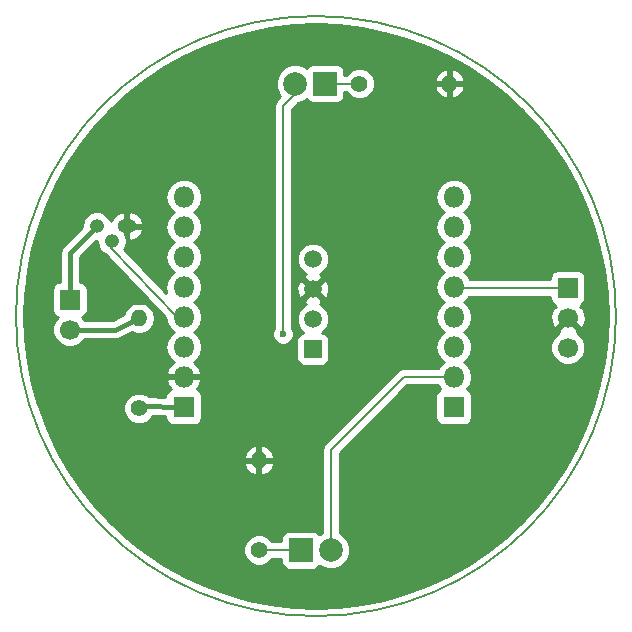
<source format=gbr>
%TF.GenerationSoftware,KiCad,Pcbnew,5.0.2+dfsg1-1~bpo9+1*%
%TF.CreationDate,2019-05-08T05:56:57+00:00*%
%TF.ProjectId,coinPCB,636f696e-5043-4422-9e6b-696361645f70,v0.2*%
%TF.SameCoordinates,Original*%
%TF.FileFunction,Copper,L1,Top*%
%TF.FilePolarity,Positive*%
%FSLAX46Y46*%
G04 Gerber Fmt 4.6, Leading zero omitted, Abs format (unit mm)*
G04 Created by KiCad (PCBNEW 5.0.2+dfsg1-1~bpo9+1) date Wed 08 May 2019 05:56:57 AM UTC*
%MOMM*%
%LPD*%
G01*
G04 APERTURE LIST*
%ADD10C,0.150000*%
%ADD11C,1.700000*%
%ADD12R,1.700000X1.700000*%
%ADD13O,1.400000X1.400000*%
%ADD14C,1.400000*%
%ADD15O,1.200000X1.200000*%
%ADD16O,1.600000X1.200000*%
%ADD17C,1.500000*%
%ADD18R,1.500000X1.500000*%
%ADD19O,1.800000X1.800000*%
%ADD20R,1.800000X1.800000*%
%ADD21R,2.000000X2.000000*%
%ADD22C,2.000000*%
%ADD23C,0.600000*%
%ADD24C,0.200000*%
%ADD25C,0.400000*%
%ADD26C,0.254000*%
G04 APERTURE END LIST*
D10*
X166751000Y-102870000D02*
G75*
G03X166751000Y-102870000I-25400000J0D01*
G01*
D11*
X120523000Y-104013000D03*
D12*
X120523000Y-101473000D03*
D13*
X136525000Y-115062000D03*
D14*
X136525000Y-122682000D03*
D13*
X152654000Y-83185000D03*
D14*
X145034000Y-83185000D03*
D15*
X122809000Y-95250000D03*
X124079000Y-96520000D03*
D16*
X125349000Y-95250000D03*
D17*
X141097000Y-98044000D03*
X141097000Y-100584000D03*
X141097000Y-103124000D03*
D18*
X141097000Y-105664000D03*
D19*
X130157000Y-92774000D03*
X130157000Y-95314000D03*
X130157000Y-97854000D03*
X130157000Y-100394000D03*
X130157000Y-102934000D03*
X130157000Y-105474000D03*
X130157000Y-108014000D03*
D20*
X130157000Y-110554000D03*
D19*
X153017000Y-92774000D03*
X153017000Y-95314000D03*
X153017000Y-97854000D03*
X153017000Y-100394000D03*
X153017000Y-102934000D03*
X153017000Y-105474000D03*
X153017000Y-108014000D03*
D20*
X153017000Y-110554000D03*
D12*
X162662000Y-100482000D03*
D11*
X162687000Y-102997000D03*
X162687000Y-105537000D03*
D21*
X140081000Y-122682000D03*
D22*
X142621000Y-122682000D03*
D21*
X142113000Y-83185000D03*
D22*
X139573000Y-83185000D03*
D13*
X126365000Y-103060500D03*
D14*
X126365000Y-110680500D03*
D23*
X138557000Y-104394000D03*
D24*
X138557000Y-85090000D02*
X139573000Y-84074000D01*
X138557000Y-104394000D02*
X138557000Y-85090000D01*
X124015500Y-96520000D02*
X124079000Y-96520000D01*
X124015500Y-97091500D02*
X124015500Y-96520000D01*
X130157000Y-102934000D02*
X129604000Y-102934000D01*
X129604000Y-102934000D02*
X124015500Y-97091500D01*
X142621000Y-122682000D02*
X142621000Y-114173000D01*
X148780000Y-108014000D02*
X153017000Y-108014000D01*
X142621000Y-114173000D02*
X148780000Y-108014000D01*
X153105000Y-100482000D02*
X153017000Y-100394000D01*
X162662000Y-100482000D02*
X153105000Y-100482000D01*
D25*
X126365000Y-110490000D02*
X130157000Y-110554000D01*
D24*
X120904000Y-101219000D02*
X120396000Y-101219000D01*
D25*
X120523000Y-97536000D02*
X122809000Y-95250000D01*
X120523000Y-101473000D02*
X120523000Y-97536000D01*
X124333000Y-104013000D02*
X126174500Y-103124000D01*
X120523000Y-104013000D02*
X124333000Y-104013000D01*
D24*
X138881000Y-122682000D02*
X136525000Y-122682000D01*
X140081000Y-122682000D02*
X138881000Y-122682000D01*
X142113000Y-83185000D02*
X145034000Y-83185000D01*
D26*
G36*
X143288155Y-78256111D02*
X145213367Y-78483975D01*
X147114766Y-78862187D01*
X148980630Y-79388415D01*
X150799454Y-80059414D01*
X152560025Y-80871049D01*
X154251490Y-81818314D01*
X155863418Y-82895370D01*
X157385872Y-84095577D01*
X158809466Y-85411534D01*
X160125423Y-86835128D01*
X161325630Y-88357582D01*
X162402686Y-89969510D01*
X163349951Y-91660975D01*
X164161586Y-93421546D01*
X164832585Y-95240370D01*
X165358813Y-97106234D01*
X165737025Y-99007633D01*
X165964889Y-100932845D01*
X166041000Y-102870000D01*
X165964889Y-104807155D01*
X165737025Y-106732367D01*
X165358813Y-108633766D01*
X164832585Y-110499630D01*
X164161586Y-112318454D01*
X163349951Y-114079025D01*
X162402686Y-115770490D01*
X161325630Y-117382418D01*
X160125423Y-118904872D01*
X158809466Y-120328466D01*
X157385872Y-121644423D01*
X155863418Y-122844630D01*
X154251490Y-123921686D01*
X152560025Y-124868951D01*
X150799454Y-125680586D01*
X148980630Y-126351585D01*
X147114766Y-126877813D01*
X145213367Y-127256025D01*
X143288155Y-127483889D01*
X141351000Y-127560000D01*
X139413845Y-127483889D01*
X137488633Y-127256025D01*
X135587234Y-126877813D01*
X133721370Y-126351585D01*
X131902546Y-125680586D01*
X130141975Y-124868951D01*
X128450510Y-123921686D01*
X126838582Y-122844630D01*
X126295442Y-122416452D01*
X135190000Y-122416452D01*
X135190000Y-122947548D01*
X135393242Y-123438217D01*
X135768783Y-123813758D01*
X136259452Y-124017000D01*
X136790548Y-124017000D01*
X137281217Y-123813758D01*
X137656758Y-123438217D01*
X137665546Y-123417000D01*
X138433560Y-123417000D01*
X138433560Y-123682000D01*
X138482843Y-123929765D01*
X138623191Y-124139809D01*
X138833235Y-124280157D01*
X139081000Y-124329440D01*
X141081000Y-124329440D01*
X141328765Y-124280157D01*
X141538809Y-124139809D01*
X141630038Y-124003277D01*
X141694847Y-124068086D01*
X142295778Y-124317000D01*
X142946222Y-124317000D01*
X143547153Y-124068086D01*
X144007086Y-123608153D01*
X144256000Y-123007222D01*
X144256000Y-122356778D01*
X144007086Y-121755847D01*
X143547153Y-121295914D01*
X143356000Y-121216736D01*
X143356000Y-114477446D01*
X149084447Y-108749000D01*
X151661983Y-108749000D01*
X151867696Y-109056871D01*
X151659191Y-109196191D01*
X151518843Y-109406235D01*
X151469560Y-109654000D01*
X151469560Y-111454000D01*
X151518843Y-111701765D01*
X151659191Y-111911809D01*
X151869235Y-112052157D01*
X152117000Y-112101440D01*
X153917000Y-112101440D01*
X154164765Y-112052157D01*
X154374809Y-111911809D01*
X154515157Y-111701765D01*
X154564440Y-111454000D01*
X154564440Y-109654000D01*
X154515157Y-109406235D01*
X154374809Y-109196191D01*
X154166304Y-109056871D01*
X154462938Y-108612927D01*
X154582072Y-108014000D01*
X154462938Y-107415073D01*
X154123673Y-106907327D01*
X153879237Y-106744000D01*
X154123673Y-106580673D01*
X154462938Y-106072927D01*
X154582072Y-105474000D01*
X154535848Y-105241615D01*
X161202000Y-105241615D01*
X161202000Y-105832385D01*
X161428078Y-106378185D01*
X161845815Y-106795922D01*
X162391615Y-107022000D01*
X162982385Y-107022000D01*
X163528185Y-106795922D01*
X163945922Y-106378185D01*
X164172000Y-105832385D01*
X164172000Y-105241615D01*
X163945922Y-104695815D01*
X163528185Y-104278078D01*
X163481753Y-104258845D01*
X163551353Y-104040958D01*
X162687000Y-103176605D01*
X161822647Y-104040958D01*
X161892247Y-104258845D01*
X161845815Y-104278078D01*
X161428078Y-104695815D01*
X161202000Y-105241615D01*
X154535848Y-105241615D01*
X154462938Y-104875073D01*
X154123673Y-104367327D01*
X153879237Y-104204000D01*
X154123673Y-104040673D01*
X154462938Y-103532927D01*
X154582072Y-102934000D01*
X154462938Y-102335073D01*
X154123673Y-101827327D01*
X153879237Y-101664000D01*
X154123673Y-101500673D01*
X154313217Y-101217000D01*
X161164560Y-101217000D01*
X161164560Y-101332000D01*
X161213843Y-101579765D01*
X161354191Y-101789809D01*
X161564235Y-101930157D01*
X161607504Y-101938764D01*
X161528330Y-102017938D01*
X161643040Y-102132648D01*
X161391741Y-102212920D01*
X161190282Y-102768279D01*
X161216685Y-103358458D01*
X161391741Y-103781080D01*
X161643042Y-103861353D01*
X162507395Y-102997000D01*
X162493253Y-102982858D01*
X162672858Y-102803253D01*
X162687000Y-102817395D01*
X162701143Y-102803253D01*
X162880748Y-102982858D01*
X162866605Y-102997000D01*
X163730958Y-103861353D01*
X163982259Y-103781080D01*
X164183718Y-103225721D01*
X164157315Y-102635542D01*
X163982259Y-102212920D01*
X163730960Y-102132648D01*
X163845670Y-102017938D01*
X163758200Y-101930468D01*
X163759765Y-101930157D01*
X163969809Y-101789809D01*
X164110157Y-101579765D01*
X164159440Y-101332000D01*
X164159440Y-99632000D01*
X164110157Y-99384235D01*
X163969809Y-99174191D01*
X163759765Y-99033843D01*
X163512000Y-98984560D01*
X161812000Y-98984560D01*
X161564235Y-99033843D01*
X161354191Y-99174191D01*
X161213843Y-99384235D01*
X161164560Y-99632000D01*
X161164560Y-99747000D01*
X154430817Y-99747000D01*
X154123673Y-99287327D01*
X153879237Y-99124000D01*
X154123673Y-98960673D01*
X154462938Y-98452927D01*
X154582072Y-97854000D01*
X154462938Y-97255073D01*
X154123673Y-96747327D01*
X153879237Y-96584000D01*
X154123673Y-96420673D01*
X154462938Y-95912927D01*
X154582072Y-95314000D01*
X154462938Y-94715073D01*
X154123673Y-94207327D01*
X153879237Y-94044000D01*
X154123673Y-93880673D01*
X154462938Y-93372927D01*
X154582072Y-92774000D01*
X154462938Y-92175073D01*
X154123673Y-91667327D01*
X153615927Y-91328062D01*
X153168182Y-91239000D01*
X152865818Y-91239000D01*
X152418073Y-91328062D01*
X151910327Y-91667327D01*
X151571062Y-92175073D01*
X151451928Y-92774000D01*
X151571062Y-93372927D01*
X151910327Y-93880673D01*
X152154763Y-94044000D01*
X151910327Y-94207327D01*
X151571062Y-94715073D01*
X151451928Y-95314000D01*
X151571062Y-95912927D01*
X151910327Y-96420673D01*
X152154763Y-96584000D01*
X151910327Y-96747327D01*
X151571062Y-97255073D01*
X151451928Y-97854000D01*
X151571062Y-98452927D01*
X151910327Y-98960673D01*
X152154763Y-99124000D01*
X151910327Y-99287327D01*
X151571062Y-99795073D01*
X151451928Y-100394000D01*
X151571062Y-100992927D01*
X151910327Y-101500673D01*
X152154763Y-101664000D01*
X151910327Y-101827327D01*
X151571062Y-102335073D01*
X151451928Y-102934000D01*
X151571062Y-103532927D01*
X151910327Y-104040673D01*
X152154763Y-104204000D01*
X151910327Y-104367327D01*
X151571062Y-104875073D01*
X151451928Y-105474000D01*
X151571062Y-106072927D01*
X151910327Y-106580673D01*
X152154763Y-106744000D01*
X151910327Y-106907327D01*
X151661983Y-107279000D01*
X148852383Y-107279000D01*
X148779999Y-107264602D01*
X148707615Y-107279000D01*
X148707612Y-107279000D01*
X148493217Y-107321646D01*
X148250095Y-107484095D01*
X148209091Y-107545462D01*
X142152463Y-113602091D01*
X142091096Y-113643095D01*
X142050092Y-113704462D01*
X142050091Y-113704463D01*
X141928646Y-113886218D01*
X141871602Y-114173000D01*
X141886001Y-114245389D01*
X141886000Y-121216736D01*
X141694847Y-121295914D01*
X141630038Y-121360723D01*
X141538809Y-121224191D01*
X141328765Y-121083843D01*
X141081000Y-121034560D01*
X139081000Y-121034560D01*
X138833235Y-121083843D01*
X138623191Y-121224191D01*
X138482843Y-121434235D01*
X138433560Y-121682000D01*
X138433560Y-121947000D01*
X137665546Y-121947000D01*
X137656758Y-121925783D01*
X137281217Y-121550242D01*
X136790548Y-121347000D01*
X136259452Y-121347000D01*
X135768783Y-121550242D01*
X135393242Y-121925783D01*
X135190000Y-122416452D01*
X126295442Y-122416452D01*
X125316128Y-121644423D01*
X123892534Y-120328466D01*
X122576577Y-118904872D01*
X121376370Y-117382418D01*
X120299314Y-115770490D01*
X120089216Y-115395331D01*
X135232273Y-115395331D01*
X135458236Y-115864663D01*
X135846604Y-116211797D01*
X136191671Y-116354716D01*
X136398000Y-116231374D01*
X136398000Y-115189000D01*
X136652000Y-115189000D01*
X136652000Y-116231374D01*
X136858329Y-116354716D01*
X137203396Y-116211797D01*
X137591764Y-115864663D01*
X137817727Y-115395331D01*
X137695206Y-115189000D01*
X136652000Y-115189000D01*
X136398000Y-115189000D01*
X135354794Y-115189000D01*
X135232273Y-115395331D01*
X120089216Y-115395331D01*
X119715868Y-114728669D01*
X135232273Y-114728669D01*
X135354794Y-114935000D01*
X136398000Y-114935000D01*
X136398000Y-113892626D01*
X136652000Y-113892626D01*
X136652000Y-114935000D01*
X137695206Y-114935000D01*
X137817727Y-114728669D01*
X137591764Y-114259337D01*
X137203396Y-113912203D01*
X136858329Y-113769284D01*
X136652000Y-113892626D01*
X136398000Y-113892626D01*
X136191671Y-113769284D01*
X135846604Y-113912203D01*
X135458236Y-114259337D01*
X135232273Y-114728669D01*
X119715868Y-114728669D01*
X119352049Y-114079025D01*
X118540414Y-112318454D01*
X117869415Y-110499630D01*
X117845534Y-110414952D01*
X125030000Y-110414952D01*
X125030000Y-110946048D01*
X125233242Y-111436717D01*
X125608783Y-111812258D01*
X126099452Y-112015500D01*
X126630548Y-112015500D01*
X127121217Y-111812258D01*
X127496758Y-111436717D01*
X127534806Y-111344862D01*
X128609560Y-111363001D01*
X128609560Y-111454000D01*
X128658843Y-111701765D01*
X128799191Y-111911809D01*
X129009235Y-112052157D01*
X129257000Y-112101440D01*
X131057000Y-112101440D01*
X131304765Y-112052157D01*
X131514809Y-111911809D01*
X131655157Y-111701765D01*
X131704440Y-111454000D01*
X131704440Y-109654000D01*
X131655157Y-109406235D01*
X131514809Y-109196191D01*
X131304765Y-109055843D01*
X131253636Y-109045673D01*
X131469240Y-108810417D01*
X131648036Y-108378740D01*
X131527378Y-108141000D01*
X130284000Y-108141000D01*
X130284000Y-108161000D01*
X130030000Y-108161000D01*
X130030000Y-108141000D01*
X128786622Y-108141000D01*
X128665964Y-108378740D01*
X128844760Y-108810417D01*
X129060364Y-109045673D01*
X129009235Y-109055843D01*
X128799191Y-109196191D01*
X128658843Y-109406235D01*
X128609560Y-109654000D01*
X128609560Y-109692765D01*
X127242161Y-109669686D01*
X127121217Y-109548742D01*
X126630548Y-109345500D01*
X126099452Y-109345500D01*
X125608783Y-109548742D01*
X125233242Y-109924283D01*
X125030000Y-110414952D01*
X117845534Y-110414952D01*
X117343187Y-108633766D01*
X116964975Y-106732367D01*
X116737111Y-104807155D01*
X116661000Y-102870000D01*
X116737111Y-100932845D01*
X116773783Y-100623000D01*
X119025560Y-100623000D01*
X119025560Y-102323000D01*
X119074843Y-102570765D01*
X119215191Y-102780809D01*
X119425235Y-102921157D01*
X119499887Y-102936006D01*
X119264078Y-103171815D01*
X119038000Y-103717615D01*
X119038000Y-104308385D01*
X119264078Y-104854185D01*
X119681815Y-105271922D01*
X120227615Y-105498000D01*
X120818385Y-105498000D01*
X121364185Y-105271922D01*
X121781922Y-104854185D01*
X121784484Y-104848000D01*
X124274760Y-104848000D01*
X124381552Y-104862972D01*
X124519266Y-104827307D01*
X124658801Y-104799552D01*
X124748468Y-104739638D01*
X125750852Y-104255730D01*
X125844109Y-104318042D01*
X126233515Y-104395500D01*
X126496485Y-104395500D01*
X126885891Y-104318042D01*
X127327481Y-104022981D01*
X127622542Y-103581391D01*
X127726154Y-103060500D01*
X127622542Y-102539609D01*
X127327481Y-102098019D01*
X126885891Y-101802958D01*
X126496485Y-101725500D01*
X126233515Y-101725500D01*
X125844109Y-101802958D01*
X125402519Y-102098019D01*
X125107458Y-102539609D01*
X125069543Y-102730218D01*
X124141995Y-103178000D01*
X121784484Y-103178000D01*
X121781922Y-103171815D01*
X121546113Y-102936006D01*
X121620765Y-102921157D01*
X121830809Y-102780809D01*
X121971157Y-102570765D01*
X122020440Y-102323000D01*
X122020440Y-100623000D01*
X121971157Y-100375235D01*
X121830809Y-100165191D01*
X121620765Y-100024843D01*
X121373000Y-99975560D01*
X121358000Y-99975560D01*
X121358000Y-97881867D01*
X122754868Y-96485000D01*
X122826767Y-96485000D01*
X122819805Y-96520000D01*
X122915656Y-97001873D01*
X123188615Y-97410385D01*
X123470405Y-97598671D01*
X123485595Y-97621405D01*
X123540101Y-97657825D01*
X128593249Y-102940641D01*
X128711062Y-103532927D01*
X129050327Y-104040673D01*
X129294763Y-104204000D01*
X129050327Y-104367327D01*
X128711062Y-104875073D01*
X128591928Y-105474000D01*
X128711062Y-106072927D01*
X129050327Y-106580673D01*
X129304368Y-106750418D01*
X129249424Y-106776034D01*
X128844760Y-107217583D01*
X128665964Y-107649260D01*
X128786622Y-107887000D01*
X130030000Y-107887000D01*
X130030000Y-107867000D01*
X130284000Y-107867000D01*
X130284000Y-107887000D01*
X131527378Y-107887000D01*
X131648036Y-107649260D01*
X131469240Y-107217583D01*
X131064576Y-106776034D01*
X131009632Y-106750418D01*
X131263673Y-106580673D01*
X131602938Y-106072927D01*
X131722072Y-105474000D01*
X131602938Y-104875073D01*
X131263673Y-104367327D01*
X131025249Y-104208017D01*
X137622000Y-104208017D01*
X137622000Y-104579983D01*
X137764345Y-104923635D01*
X138027365Y-105186655D01*
X138371017Y-105329000D01*
X138742983Y-105329000D01*
X139086635Y-105186655D01*
X139349655Y-104923635D01*
X139353645Y-104914000D01*
X139699560Y-104914000D01*
X139699560Y-106414000D01*
X139748843Y-106661765D01*
X139889191Y-106871809D01*
X140099235Y-107012157D01*
X140347000Y-107061440D01*
X141847000Y-107061440D01*
X142094765Y-107012157D01*
X142304809Y-106871809D01*
X142445157Y-106661765D01*
X142494440Y-106414000D01*
X142494440Y-104914000D01*
X142445157Y-104666235D01*
X142304809Y-104456191D01*
X142094765Y-104315843D01*
X141902156Y-104277531D01*
X142271147Y-103908540D01*
X142482000Y-103399494D01*
X142482000Y-102848506D01*
X142271147Y-102339460D01*
X141881540Y-101949853D01*
X141666070Y-101860603D01*
X141820923Y-101796460D01*
X141888912Y-101555517D01*
X141097000Y-100763605D01*
X140305088Y-101555517D01*
X140373077Y-101796460D01*
X140539658Y-101855745D01*
X140312460Y-101949853D01*
X139922853Y-102339460D01*
X139712000Y-102848506D01*
X139712000Y-103399494D01*
X139922853Y-103908540D01*
X140291844Y-104277531D01*
X140099235Y-104315843D01*
X139889191Y-104456191D01*
X139748843Y-104666235D01*
X139699560Y-104914000D01*
X139353645Y-104914000D01*
X139492000Y-104579983D01*
X139492000Y-104208017D01*
X139349655Y-103864365D01*
X139292000Y-103806710D01*
X139292000Y-100379171D01*
X139699799Y-100379171D01*
X139727770Y-100929448D01*
X139884540Y-101307923D01*
X140125483Y-101375912D01*
X140917395Y-100584000D01*
X141276605Y-100584000D01*
X142068517Y-101375912D01*
X142309460Y-101307923D01*
X142494201Y-100788829D01*
X142466230Y-100238552D01*
X142309460Y-99860077D01*
X142068517Y-99792088D01*
X141276605Y-100584000D01*
X140917395Y-100584000D01*
X140125483Y-99792088D01*
X139884540Y-99860077D01*
X139699799Y-100379171D01*
X139292000Y-100379171D01*
X139292000Y-97768506D01*
X139712000Y-97768506D01*
X139712000Y-98319494D01*
X139922853Y-98828540D01*
X140312460Y-99218147D01*
X140527930Y-99307397D01*
X140373077Y-99371540D01*
X140305088Y-99612483D01*
X141097000Y-100404395D01*
X141888912Y-99612483D01*
X141820923Y-99371540D01*
X141654342Y-99312255D01*
X141881540Y-99218147D01*
X142271147Y-98828540D01*
X142482000Y-98319494D01*
X142482000Y-97768506D01*
X142271147Y-97259460D01*
X141881540Y-96869853D01*
X141372494Y-96659000D01*
X140821506Y-96659000D01*
X140312460Y-96869853D01*
X139922853Y-97259460D01*
X139712000Y-97768506D01*
X139292000Y-97768506D01*
X139292000Y-85394446D01*
X139866447Y-84820000D01*
X139898222Y-84820000D01*
X140499153Y-84571086D01*
X140563962Y-84506277D01*
X140655191Y-84642809D01*
X140865235Y-84783157D01*
X141113000Y-84832440D01*
X143113000Y-84832440D01*
X143360765Y-84783157D01*
X143570809Y-84642809D01*
X143711157Y-84432765D01*
X143760440Y-84185000D01*
X143760440Y-83920000D01*
X143893454Y-83920000D01*
X143902242Y-83941217D01*
X144277783Y-84316758D01*
X144768452Y-84520000D01*
X145299548Y-84520000D01*
X145790217Y-84316758D01*
X146165758Y-83941217D01*
X146340924Y-83518329D01*
X151361284Y-83518329D01*
X151504203Y-83863396D01*
X151851337Y-84251764D01*
X152320669Y-84477727D01*
X152527000Y-84355206D01*
X152527000Y-83312000D01*
X152781000Y-83312000D01*
X152781000Y-84355206D01*
X152987331Y-84477727D01*
X153456663Y-84251764D01*
X153803797Y-83863396D01*
X153946716Y-83518329D01*
X153823374Y-83312000D01*
X152781000Y-83312000D01*
X152527000Y-83312000D01*
X151484626Y-83312000D01*
X151361284Y-83518329D01*
X146340924Y-83518329D01*
X146369000Y-83450548D01*
X146369000Y-82919452D01*
X146340925Y-82851671D01*
X151361284Y-82851671D01*
X151484626Y-83058000D01*
X152527000Y-83058000D01*
X152527000Y-82014794D01*
X152781000Y-82014794D01*
X152781000Y-83058000D01*
X153823374Y-83058000D01*
X153946716Y-82851671D01*
X153803797Y-82506604D01*
X153456663Y-82118236D01*
X152987331Y-81892273D01*
X152781000Y-82014794D01*
X152527000Y-82014794D01*
X152320669Y-81892273D01*
X151851337Y-82118236D01*
X151504203Y-82506604D01*
X151361284Y-82851671D01*
X146340925Y-82851671D01*
X146165758Y-82428783D01*
X145790217Y-82053242D01*
X145299548Y-81850000D01*
X144768452Y-81850000D01*
X144277783Y-82053242D01*
X143902242Y-82428783D01*
X143893454Y-82450000D01*
X143760440Y-82450000D01*
X143760440Y-82185000D01*
X143711157Y-81937235D01*
X143570809Y-81727191D01*
X143360765Y-81586843D01*
X143113000Y-81537560D01*
X141113000Y-81537560D01*
X140865235Y-81586843D01*
X140655191Y-81727191D01*
X140563962Y-81863723D01*
X140499153Y-81798914D01*
X139898222Y-81550000D01*
X139247778Y-81550000D01*
X138646847Y-81798914D01*
X138186914Y-82258847D01*
X137938000Y-82859778D01*
X137938000Y-83510222D01*
X138186914Y-84111153D01*
X138341657Y-84265896D01*
X138088463Y-84519091D01*
X138027096Y-84560095D01*
X137986092Y-84621462D01*
X137986091Y-84621463D01*
X137864646Y-84803218D01*
X137807602Y-85090000D01*
X137822001Y-85162389D01*
X137822000Y-103806710D01*
X137764345Y-103864365D01*
X137622000Y-104208017D01*
X131025249Y-104208017D01*
X131019237Y-104204000D01*
X131263673Y-104040673D01*
X131602938Y-103532927D01*
X131722072Y-102934000D01*
X131602938Y-102335073D01*
X131263673Y-101827327D01*
X131019237Y-101664000D01*
X131263673Y-101500673D01*
X131602938Y-100992927D01*
X131722072Y-100394000D01*
X131602938Y-99795073D01*
X131263673Y-99287327D01*
X131019237Y-99124000D01*
X131263673Y-98960673D01*
X131602938Y-98452927D01*
X131722072Y-97854000D01*
X131602938Y-97255073D01*
X131263673Y-96747327D01*
X131019237Y-96584000D01*
X131263673Y-96420673D01*
X131602938Y-95912927D01*
X131722072Y-95314000D01*
X131602938Y-94715073D01*
X131263673Y-94207327D01*
X131019237Y-94044000D01*
X131263673Y-93880673D01*
X131602938Y-93372927D01*
X131722072Y-92774000D01*
X131602938Y-92175073D01*
X131263673Y-91667327D01*
X130755927Y-91328062D01*
X130308182Y-91239000D01*
X130005818Y-91239000D01*
X129558073Y-91328062D01*
X129050327Y-91667327D01*
X128711062Y-92175073D01*
X128591928Y-92774000D01*
X128711062Y-93372927D01*
X129050327Y-93880673D01*
X129294763Y-94044000D01*
X129050327Y-94207327D01*
X128711062Y-94715073D01*
X128591928Y-95314000D01*
X128711062Y-95912927D01*
X129050327Y-96420673D01*
X129294763Y-96584000D01*
X129050327Y-96747327D01*
X128711062Y-97255073D01*
X128591928Y-97854000D01*
X128711062Y-98452927D01*
X129050327Y-98960673D01*
X129294763Y-99124000D01*
X129050327Y-99287327D01*
X128711062Y-99795073D01*
X128591928Y-100394000D01*
X128697053Y-100922501D01*
X125120828Y-97183735D01*
X125242344Y-97001873D01*
X125338195Y-96520000D01*
X125242344Y-96038127D01*
X125222000Y-96007680D01*
X125222000Y-95377000D01*
X125476000Y-95377000D01*
X125476000Y-96329991D01*
X125670681Y-96484910D01*
X126133998Y-96344343D01*
X126508255Y-96037172D01*
X126736474Y-95610161D01*
X126742462Y-95567609D01*
X126617731Y-95377000D01*
X125476000Y-95377000D01*
X125222000Y-95377000D01*
X125202000Y-95377000D01*
X125202000Y-95123000D01*
X125222000Y-95123000D01*
X125222000Y-94170009D01*
X125476000Y-94170009D01*
X125476000Y-95123000D01*
X126617731Y-95123000D01*
X126742462Y-94932391D01*
X126736474Y-94889839D01*
X126508255Y-94462828D01*
X126133998Y-94155657D01*
X125670681Y-94015090D01*
X125476000Y-94170009D01*
X125222000Y-94170009D01*
X125027319Y-94015090D01*
X124564002Y-94155657D01*
X124189745Y-94462828D01*
X123987053Y-94842076D01*
X123972344Y-94768127D01*
X123699385Y-94359615D01*
X123290873Y-94086656D01*
X122930636Y-94015000D01*
X122687364Y-94015000D01*
X122327127Y-94086656D01*
X121918615Y-94359615D01*
X121645656Y-94768127D01*
X121549805Y-95250000D01*
X121562800Y-95315332D01*
X119990718Y-96887415D01*
X119921000Y-96933999D01*
X119874416Y-97003717D01*
X119736448Y-97210200D01*
X119671643Y-97536000D01*
X119688001Y-97618238D01*
X119688000Y-99975560D01*
X119673000Y-99975560D01*
X119425235Y-100024843D01*
X119215191Y-100165191D01*
X119074843Y-100375235D01*
X119025560Y-100623000D01*
X116773783Y-100623000D01*
X116964975Y-99007633D01*
X117343187Y-97106234D01*
X117869415Y-95240370D01*
X118540414Y-93421546D01*
X119352049Y-91660975D01*
X120299314Y-89969510D01*
X121376370Y-88357582D01*
X122576577Y-86835128D01*
X123892534Y-85411534D01*
X125316128Y-84095577D01*
X126838582Y-82895370D01*
X128450510Y-81818314D01*
X130141975Y-80871049D01*
X131902546Y-80059414D01*
X133721370Y-79388415D01*
X135587234Y-78862187D01*
X137488633Y-78483975D01*
X139413845Y-78256111D01*
X141351000Y-78180000D01*
X143288155Y-78256111D01*
X143288155Y-78256111D01*
G37*
X143288155Y-78256111D02*
X145213367Y-78483975D01*
X147114766Y-78862187D01*
X148980630Y-79388415D01*
X150799454Y-80059414D01*
X152560025Y-80871049D01*
X154251490Y-81818314D01*
X155863418Y-82895370D01*
X157385872Y-84095577D01*
X158809466Y-85411534D01*
X160125423Y-86835128D01*
X161325630Y-88357582D01*
X162402686Y-89969510D01*
X163349951Y-91660975D01*
X164161586Y-93421546D01*
X164832585Y-95240370D01*
X165358813Y-97106234D01*
X165737025Y-99007633D01*
X165964889Y-100932845D01*
X166041000Y-102870000D01*
X165964889Y-104807155D01*
X165737025Y-106732367D01*
X165358813Y-108633766D01*
X164832585Y-110499630D01*
X164161586Y-112318454D01*
X163349951Y-114079025D01*
X162402686Y-115770490D01*
X161325630Y-117382418D01*
X160125423Y-118904872D01*
X158809466Y-120328466D01*
X157385872Y-121644423D01*
X155863418Y-122844630D01*
X154251490Y-123921686D01*
X152560025Y-124868951D01*
X150799454Y-125680586D01*
X148980630Y-126351585D01*
X147114766Y-126877813D01*
X145213367Y-127256025D01*
X143288155Y-127483889D01*
X141351000Y-127560000D01*
X139413845Y-127483889D01*
X137488633Y-127256025D01*
X135587234Y-126877813D01*
X133721370Y-126351585D01*
X131902546Y-125680586D01*
X130141975Y-124868951D01*
X128450510Y-123921686D01*
X126838582Y-122844630D01*
X126295442Y-122416452D01*
X135190000Y-122416452D01*
X135190000Y-122947548D01*
X135393242Y-123438217D01*
X135768783Y-123813758D01*
X136259452Y-124017000D01*
X136790548Y-124017000D01*
X137281217Y-123813758D01*
X137656758Y-123438217D01*
X137665546Y-123417000D01*
X138433560Y-123417000D01*
X138433560Y-123682000D01*
X138482843Y-123929765D01*
X138623191Y-124139809D01*
X138833235Y-124280157D01*
X139081000Y-124329440D01*
X141081000Y-124329440D01*
X141328765Y-124280157D01*
X141538809Y-124139809D01*
X141630038Y-124003277D01*
X141694847Y-124068086D01*
X142295778Y-124317000D01*
X142946222Y-124317000D01*
X143547153Y-124068086D01*
X144007086Y-123608153D01*
X144256000Y-123007222D01*
X144256000Y-122356778D01*
X144007086Y-121755847D01*
X143547153Y-121295914D01*
X143356000Y-121216736D01*
X143356000Y-114477446D01*
X149084447Y-108749000D01*
X151661983Y-108749000D01*
X151867696Y-109056871D01*
X151659191Y-109196191D01*
X151518843Y-109406235D01*
X151469560Y-109654000D01*
X151469560Y-111454000D01*
X151518843Y-111701765D01*
X151659191Y-111911809D01*
X151869235Y-112052157D01*
X152117000Y-112101440D01*
X153917000Y-112101440D01*
X154164765Y-112052157D01*
X154374809Y-111911809D01*
X154515157Y-111701765D01*
X154564440Y-111454000D01*
X154564440Y-109654000D01*
X154515157Y-109406235D01*
X154374809Y-109196191D01*
X154166304Y-109056871D01*
X154462938Y-108612927D01*
X154582072Y-108014000D01*
X154462938Y-107415073D01*
X154123673Y-106907327D01*
X153879237Y-106744000D01*
X154123673Y-106580673D01*
X154462938Y-106072927D01*
X154582072Y-105474000D01*
X154535848Y-105241615D01*
X161202000Y-105241615D01*
X161202000Y-105832385D01*
X161428078Y-106378185D01*
X161845815Y-106795922D01*
X162391615Y-107022000D01*
X162982385Y-107022000D01*
X163528185Y-106795922D01*
X163945922Y-106378185D01*
X164172000Y-105832385D01*
X164172000Y-105241615D01*
X163945922Y-104695815D01*
X163528185Y-104278078D01*
X163481753Y-104258845D01*
X163551353Y-104040958D01*
X162687000Y-103176605D01*
X161822647Y-104040958D01*
X161892247Y-104258845D01*
X161845815Y-104278078D01*
X161428078Y-104695815D01*
X161202000Y-105241615D01*
X154535848Y-105241615D01*
X154462938Y-104875073D01*
X154123673Y-104367327D01*
X153879237Y-104204000D01*
X154123673Y-104040673D01*
X154462938Y-103532927D01*
X154582072Y-102934000D01*
X154462938Y-102335073D01*
X154123673Y-101827327D01*
X153879237Y-101664000D01*
X154123673Y-101500673D01*
X154313217Y-101217000D01*
X161164560Y-101217000D01*
X161164560Y-101332000D01*
X161213843Y-101579765D01*
X161354191Y-101789809D01*
X161564235Y-101930157D01*
X161607504Y-101938764D01*
X161528330Y-102017938D01*
X161643040Y-102132648D01*
X161391741Y-102212920D01*
X161190282Y-102768279D01*
X161216685Y-103358458D01*
X161391741Y-103781080D01*
X161643042Y-103861353D01*
X162507395Y-102997000D01*
X162493253Y-102982858D01*
X162672858Y-102803253D01*
X162687000Y-102817395D01*
X162701143Y-102803253D01*
X162880748Y-102982858D01*
X162866605Y-102997000D01*
X163730958Y-103861353D01*
X163982259Y-103781080D01*
X164183718Y-103225721D01*
X164157315Y-102635542D01*
X163982259Y-102212920D01*
X163730960Y-102132648D01*
X163845670Y-102017938D01*
X163758200Y-101930468D01*
X163759765Y-101930157D01*
X163969809Y-101789809D01*
X164110157Y-101579765D01*
X164159440Y-101332000D01*
X164159440Y-99632000D01*
X164110157Y-99384235D01*
X163969809Y-99174191D01*
X163759765Y-99033843D01*
X163512000Y-98984560D01*
X161812000Y-98984560D01*
X161564235Y-99033843D01*
X161354191Y-99174191D01*
X161213843Y-99384235D01*
X161164560Y-99632000D01*
X161164560Y-99747000D01*
X154430817Y-99747000D01*
X154123673Y-99287327D01*
X153879237Y-99124000D01*
X154123673Y-98960673D01*
X154462938Y-98452927D01*
X154582072Y-97854000D01*
X154462938Y-97255073D01*
X154123673Y-96747327D01*
X153879237Y-96584000D01*
X154123673Y-96420673D01*
X154462938Y-95912927D01*
X154582072Y-95314000D01*
X154462938Y-94715073D01*
X154123673Y-94207327D01*
X153879237Y-94044000D01*
X154123673Y-93880673D01*
X154462938Y-93372927D01*
X154582072Y-92774000D01*
X154462938Y-92175073D01*
X154123673Y-91667327D01*
X153615927Y-91328062D01*
X153168182Y-91239000D01*
X152865818Y-91239000D01*
X152418073Y-91328062D01*
X151910327Y-91667327D01*
X151571062Y-92175073D01*
X151451928Y-92774000D01*
X151571062Y-93372927D01*
X151910327Y-93880673D01*
X152154763Y-94044000D01*
X151910327Y-94207327D01*
X151571062Y-94715073D01*
X151451928Y-95314000D01*
X151571062Y-95912927D01*
X151910327Y-96420673D01*
X152154763Y-96584000D01*
X151910327Y-96747327D01*
X151571062Y-97255073D01*
X151451928Y-97854000D01*
X151571062Y-98452927D01*
X151910327Y-98960673D01*
X152154763Y-99124000D01*
X151910327Y-99287327D01*
X151571062Y-99795073D01*
X151451928Y-100394000D01*
X151571062Y-100992927D01*
X151910327Y-101500673D01*
X152154763Y-101664000D01*
X151910327Y-101827327D01*
X151571062Y-102335073D01*
X151451928Y-102934000D01*
X151571062Y-103532927D01*
X151910327Y-104040673D01*
X152154763Y-104204000D01*
X151910327Y-104367327D01*
X151571062Y-104875073D01*
X151451928Y-105474000D01*
X151571062Y-106072927D01*
X151910327Y-106580673D01*
X152154763Y-106744000D01*
X151910327Y-106907327D01*
X151661983Y-107279000D01*
X148852383Y-107279000D01*
X148779999Y-107264602D01*
X148707615Y-107279000D01*
X148707612Y-107279000D01*
X148493217Y-107321646D01*
X148250095Y-107484095D01*
X148209091Y-107545462D01*
X142152463Y-113602091D01*
X142091096Y-113643095D01*
X142050092Y-113704462D01*
X142050091Y-113704463D01*
X141928646Y-113886218D01*
X141871602Y-114173000D01*
X141886001Y-114245389D01*
X141886000Y-121216736D01*
X141694847Y-121295914D01*
X141630038Y-121360723D01*
X141538809Y-121224191D01*
X141328765Y-121083843D01*
X141081000Y-121034560D01*
X139081000Y-121034560D01*
X138833235Y-121083843D01*
X138623191Y-121224191D01*
X138482843Y-121434235D01*
X138433560Y-121682000D01*
X138433560Y-121947000D01*
X137665546Y-121947000D01*
X137656758Y-121925783D01*
X137281217Y-121550242D01*
X136790548Y-121347000D01*
X136259452Y-121347000D01*
X135768783Y-121550242D01*
X135393242Y-121925783D01*
X135190000Y-122416452D01*
X126295442Y-122416452D01*
X125316128Y-121644423D01*
X123892534Y-120328466D01*
X122576577Y-118904872D01*
X121376370Y-117382418D01*
X120299314Y-115770490D01*
X120089216Y-115395331D01*
X135232273Y-115395331D01*
X135458236Y-115864663D01*
X135846604Y-116211797D01*
X136191671Y-116354716D01*
X136398000Y-116231374D01*
X136398000Y-115189000D01*
X136652000Y-115189000D01*
X136652000Y-116231374D01*
X136858329Y-116354716D01*
X137203396Y-116211797D01*
X137591764Y-115864663D01*
X137817727Y-115395331D01*
X137695206Y-115189000D01*
X136652000Y-115189000D01*
X136398000Y-115189000D01*
X135354794Y-115189000D01*
X135232273Y-115395331D01*
X120089216Y-115395331D01*
X119715868Y-114728669D01*
X135232273Y-114728669D01*
X135354794Y-114935000D01*
X136398000Y-114935000D01*
X136398000Y-113892626D01*
X136652000Y-113892626D01*
X136652000Y-114935000D01*
X137695206Y-114935000D01*
X137817727Y-114728669D01*
X137591764Y-114259337D01*
X137203396Y-113912203D01*
X136858329Y-113769284D01*
X136652000Y-113892626D01*
X136398000Y-113892626D01*
X136191671Y-113769284D01*
X135846604Y-113912203D01*
X135458236Y-114259337D01*
X135232273Y-114728669D01*
X119715868Y-114728669D01*
X119352049Y-114079025D01*
X118540414Y-112318454D01*
X117869415Y-110499630D01*
X117845534Y-110414952D01*
X125030000Y-110414952D01*
X125030000Y-110946048D01*
X125233242Y-111436717D01*
X125608783Y-111812258D01*
X126099452Y-112015500D01*
X126630548Y-112015500D01*
X127121217Y-111812258D01*
X127496758Y-111436717D01*
X127534806Y-111344862D01*
X128609560Y-111363001D01*
X128609560Y-111454000D01*
X128658843Y-111701765D01*
X128799191Y-111911809D01*
X129009235Y-112052157D01*
X129257000Y-112101440D01*
X131057000Y-112101440D01*
X131304765Y-112052157D01*
X131514809Y-111911809D01*
X131655157Y-111701765D01*
X131704440Y-111454000D01*
X131704440Y-109654000D01*
X131655157Y-109406235D01*
X131514809Y-109196191D01*
X131304765Y-109055843D01*
X131253636Y-109045673D01*
X131469240Y-108810417D01*
X131648036Y-108378740D01*
X131527378Y-108141000D01*
X130284000Y-108141000D01*
X130284000Y-108161000D01*
X130030000Y-108161000D01*
X130030000Y-108141000D01*
X128786622Y-108141000D01*
X128665964Y-108378740D01*
X128844760Y-108810417D01*
X129060364Y-109045673D01*
X129009235Y-109055843D01*
X128799191Y-109196191D01*
X128658843Y-109406235D01*
X128609560Y-109654000D01*
X128609560Y-109692765D01*
X127242161Y-109669686D01*
X127121217Y-109548742D01*
X126630548Y-109345500D01*
X126099452Y-109345500D01*
X125608783Y-109548742D01*
X125233242Y-109924283D01*
X125030000Y-110414952D01*
X117845534Y-110414952D01*
X117343187Y-108633766D01*
X116964975Y-106732367D01*
X116737111Y-104807155D01*
X116661000Y-102870000D01*
X116737111Y-100932845D01*
X116773783Y-100623000D01*
X119025560Y-100623000D01*
X119025560Y-102323000D01*
X119074843Y-102570765D01*
X119215191Y-102780809D01*
X119425235Y-102921157D01*
X119499887Y-102936006D01*
X119264078Y-103171815D01*
X119038000Y-103717615D01*
X119038000Y-104308385D01*
X119264078Y-104854185D01*
X119681815Y-105271922D01*
X120227615Y-105498000D01*
X120818385Y-105498000D01*
X121364185Y-105271922D01*
X121781922Y-104854185D01*
X121784484Y-104848000D01*
X124274760Y-104848000D01*
X124381552Y-104862972D01*
X124519266Y-104827307D01*
X124658801Y-104799552D01*
X124748468Y-104739638D01*
X125750852Y-104255730D01*
X125844109Y-104318042D01*
X126233515Y-104395500D01*
X126496485Y-104395500D01*
X126885891Y-104318042D01*
X127327481Y-104022981D01*
X127622542Y-103581391D01*
X127726154Y-103060500D01*
X127622542Y-102539609D01*
X127327481Y-102098019D01*
X126885891Y-101802958D01*
X126496485Y-101725500D01*
X126233515Y-101725500D01*
X125844109Y-101802958D01*
X125402519Y-102098019D01*
X125107458Y-102539609D01*
X125069543Y-102730218D01*
X124141995Y-103178000D01*
X121784484Y-103178000D01*
X121781922Y-103171815D01*
X121546113Y-102936006D01*
X121620765Y-102921157D01*
X121830809Y-102780809D01*
X121971157Y-102570765D01*
X122020440Y-102323000D01*
X122020440Y-100623000D01*
X121971157Y-100375235D01*
X121830809Y-100165191D01*
X121620765Y-100024843D01*
X121373000Y-99975560D01*
X121358000Y-99975560D01*
X121358000Y-97881867D01*
X122754868Y-96485000D01*
X122826767Y-96485000D01*
X122819805Y-96520000D01*
X122915656Y-97001873D01*
X123188615Y-97410385D01*
X123470405Y-97598671D01*
X123485595Y-97621405D01*
X123540101Y-97657825D01*
X128593249Y-102940641D01*
X128711062Y-103532927D01*
X129050327Y-104040673D01*
X129294763Y-104204000D01*
X129050327Y-104367327D01*
X128711062Y-104875073D01*
X128591928Y-105474000D01*
X128711062Y-106072927D01*
X129050327Y-106580673D01*
X129304368Y-106750418D01*
X129249424Y-106776034D01*
X128844760Y-107217583D01*
X128665964Y-107649260D01*
X128786622Y-107887000D01*
X130030000Y-107887000D01*
X130030000Y-107867000D01*
X130284000Y-107867000D01*
X130284000Y-107887000D01*
X131527378Y-107887000D01*
X131648036Y-107649260D01*
X131469240Y-107217583D01*
X131064576Y-106776034D01*
X131009632Y-106750418D01*
X131263673Y-106580673D01*
X131602938Y-106072927D01*
X131722072Y-105474000D01*
X131602938Y-104875073D01*
X131263673Y-104367327D01*
X131025249Y-104208017D01*
X137622000Y-104208017D01*
X137622000Y-104579983D01*
X137764345Y-104923635D01*
X138027365Y-105186655D01*
X138371017Y-105329000D01*
X138742983Y-105329000D01*
X139086635Y-105186655D01*
X139349655Y-104923635D01*
X139353645Y-104914000D01*
X139699560Y-104914000D01*
X139699560Y-106414000D01*
X139748843Y-106661765D01*
X139889191Y-106871809D01*
X140099235Y-107012157D01*
X140347000Y-107061440D01*
X141847000Y-107061440D01*
X142094765Y-107012157D01*
X142304809Y-106871809D01*
X142445157Y-106661765D01*
X142494440Y-106414000D01*
X142494440Y-104914000D01*
X142445157Y-104666235D01*
X142304809Y-104456191D01*
X142094765Y-104315843D01*
X141902156Y-104277531D01*
X142271147Y-103908540D01*
X142482000Y-103399494D01*
X142482000Y-102848506D01*
X142271147Y-102339460D01*
X141881540Y-101949853D01*
X141666070Y-101860603D01*
X141820923Y-101796460D01*
X141888912Y-101555517D01*
X141097000Y-100763605D01*
X140305088Y-101555517D01*
X140373077Y-101796460D01*
X140539658Y-101855745D01*
X140312460Y-101949853D01*
X139922853Y-102339460D01*
X139712000Y-102848506D01*
X139712000Y-103399494D01*
X139922853Y-103908540D01*
X140291844Y-104277531D01*
X140099235Y-104315843D01*
X139889191Y-104456191D01*
X139748843Y-104666235D01*
X139699560Y-104914000D01*
X139353645Y-104914000D01*
X139492000Y-104579983D01*
X139492000Y-104208017D01*
X139349655Y-103864365D01*
X139292000Y-103806710D01*
X139292000Y-100379171D01*
X139699799Y-100379171D01*
X139727770Y-100929448D01*
X139884540Y-101307923D01*
X140125483Y-101375912D01*
X140917395Y-100584000D01*
X141276605Y-100584000D01*
X142068517Y-101375912D01*
X142309460Y-101307923D01*
X142494201Y-100788829D01*
X142466230Y-100238552D01*
X142309460Y-99860077D01*
X142068517Y-99792088D01*
X141276605Y-100584000D01*
X140917395Y-100584000D01*
X140125483Y-99792088D01*
X139884540Y-99860077D01*
X139699799Y-100379171D01*
X139292000Y-100379171D01*
X139292000Y-97768506D01*
X139712000Y-97768506D01*
X139712000Y-98319494D01*
X139922853Y-98828540D01*
X140312460Y-99218147D01*
X140527930Y-99307397D01*
X140373077Y-99371540D01*
X140305088Y-99612483D01*
X141097000Y-100404395D01*
X141888912Y-99612483D01*
X141820923Y-99371540D01*
X141654342Y-99312255D01*
X141881540Y-99218147D01*
X142271147Y-98828540D01*
X142482000Y-98319494D01*
X142482000Y-97768506D01*
X142271147Y-97259460D01*
X141881540Y-96869853D01*
X141372494Y-96659000D01*
X140821506Y-96659000D01*
X140312460Y-96869853D01*
X139922853Y-97259460D01*
X139712000Y-97768506D01*
X139292000Y-97768506D01*
X139292000Y-85394446D01*
X139866447Y-84820000D01*
X139898222Y-84820000D01*
X140499153Y-84571086D01*
X140563962Y-84506277D01*
X140655191Y-84642809D01*
X140865235Y-84783157D01*
X141113000Y-84832440D01*
X143113000Y-84832440D01*
X143360765Y-84783157D01*
X143570809Y-84642809D01*
X143711157Y-84432765D01*
X143760440Y-84185000D01*
X143760440Y-83920000D01*
X143893454Y-83920000D01*
X143902242Y-83941217D01*
X144277783Y-84316758D01*
X144768452Y-84520000D01*
X145299548Y-84520000D01*
X145790217Y-84316758D01*
X146165758Y-83941217D01*
X146340924Y-83518329D01*
X151361284Y-83518329D01*
X151504203Y-83863396D01*
X151851337Y-84251764D01*
X152320669Y-84477727D01*
X152527000Y-84355206D01*
X152527000Y-83312000D01*
X152781000Y-83312000D01*
X152781000Y-84355206D01*
X152987331Y-84477727D01*
X153456663Y-84251764D01*
X153803797Y-83863396D01*
X153946716Y-83518329D01*
X153823374Y-83312000D01*
X152781000Y-83312000D01*
X152527000Y-83312000D01*
X151484626Y-83312000D01*
X151361284Y-83518329D01*
X146340924Y-83518329D01*
X146369000Y-83450548D01*
X146369000Y-82919452D01*
X146340925Y-82851671D01*
X151361284Y-82851671D01*
X151484626Y-83058000D01*
X152527000Y-83058000D01*
X152527000Y-82014794D01*
X152781000Y-82014794D01*
X152781000Y-83058000D01*
X153823374Y-83058000D01*
X153946716Y-82851671D01*
X153803797Y-82506604D01*
X153456663Y-82118236D01*
X152987331Y-81892273D01*
X152781000Y-82014794D01*
X152527000Y-82014794D01*
X152320669Y-81892273D01*
X151851337Y-82118236D01*
X151504203Y-82506604D01*
X151361284Y-82851671D01*
X146340925Y-82851671D01*
X146165758Y-82428783D01*
X145790217Y-82053242D01*
X145299548Y-81850000D01*
X144768452Y-81850000D01*
X144277783Y-82053242D01*
X143902242Y-82428783D01*
X143893454Y-82450000D01*
X143760440Y-82450000D01*
X143760440Y-82185000D01*
X143711157Y-81937235D01*
X143570809Y-81727191D01*
X143360765Y-81586843D01*
X143113000Y-81537560D01*
X141113000Y-81537560D01*
X140865235Y-81586843D01*
X140655191Y-81727191D01*
X140563962Y-81863723D01*
X140499153Y-81798914D01*
X139898222Y-81550000D01*
X139247778Y-81550000D01*
X138646847Y-81798914D01*
X138186914Y-82258847D01*
X137938000Y-82859778D01*
X137938000Y-83510222D01*
X138186914Y-84111153D01*
X138341657Y-84265896D01*
X138088463Y-84519091D01*
X138027096Y-84560095D01*
X137986092Y-84621462D01*
X137986091Y-84621463D01*
X137864646Y-84803218D01*
X137807602Y-85090000D01*
X137822001Y-85162389D01*
X137822000Y-103806710D01*
X137764345Y-103864365D01*
X137622000Y-104208017D01*
X131025249Y-104208017D01*
X131019237Y-104204000D01*
X131263673Y-104040673D01*
X131602938Y-103532927D01*
X131722072Y-102934000D01*
X131602938Y-102335073D01*
X131263673Y-101827327D01*
X131019237Y-101664000D01*
X131263673Y-101500673D01*
X131602938Y-100992927D01*
X131722072Y-100394000D01*
X131602938Y-99795073D01*
X131263673Y-99287327D01*
X131019237Y-99124000D01*
X131263673Y-98960673D01*
X131602938Y-98452927D01*
X131722072Y-97854000D01*
X131602938Y-97255073D01*
X131263673Y-96747327D01*
X131019237Y-96584000D01*
X131263673Y-96420673D01*
X131602938Y-95912927D01*
X131722072Y-95314000D01*
X131602938Y-94715073D01*
X131263673Y-94207327D01*
X131019237Y-94044000D01*
X131263673Y-93880673D01*
X131602938Y-93372927D01*
X131722072Y-92774000D01*
X131602938Y-92175073D01*
X131263673Y-91667327D01*
X130755927Y-91328062D01*
X130308182Y-91239000D01*
X130005818Y-91239000D01*
X129558073Y-91328062D01*
X129050327Y-91667327D01*
X128711062Y-92175073D01*
X128591928Y-92774000D01*
X128711062Y-93372927D01*
X129050327Y-93880673D01*
X129294763Y-94044000D01*
X129050327Y-94207327D01*
X128711062Y-94715073D01*
X128591928Y-95314000D01*
X128711062Y-95912927D01*
X129050327Y-96420673D01*
X129294763Y-96584000D01*
X129050327Y-96747327D01*
X128711062Y-97255073D01*
X128591928Y-97854000D01*
X128711062Y-98452927D01*
X129050327Y-98960673D01*
X129294763Y-99124000D01*
X129050327Y-99287327D01*
X128711062Y-99795073D01*
X128591928Y-100394000D01*
X128697053Y-100922501D01*
X125120828Y-97183735D01*
X125242344Y-97001873D01*
X125338195Y-96520000D01*
X125242344Y-96038127D01*
X125222000Y-96007680D01*
X125222000Y-95377000D01*
X125476000Y-95377000D01*
X125476000Y-96329991D01*
X125670681Y-96484910D01*
X126133998Y-96344343D01*
X126508255Y-96037172D01*
X126736474Y-95610161D01*
X126742462Y-95567609D01*
X126617731Y-95377000D01*
X125476000Y-95377000D01*
X125222000Y-95377000D01*
X125202000Y-95377000D01*
X125202000Y-95123000D01*
X125222000Y-95123000D01*
X125222000Y-94170009D01*
X125476000Y-94170009D01*
X125476000Y-95123000D01*
X126617731Y-95123000D01*
X126742462Y-94932391D01*
X126736474Y-94889839D01*
X126508255Y-94462828D01*
X126133998Y-94155657D01*
X125670681Y-94015090D01*
X125476000Y-94170009D01*
X125222000Y-94170009D01*
X125027319Y-94015090D01*
X124564002Y-94155657D01*
X124189745Y-94462828D01*
X123987053Y-94842076D01*
X123972344Y-94768127D01*
X123699385Y-94359615D01*
X123290873Y-94086656D01*
X122930636Y-94015000D01*
X122687364Y-94015000D01*
X122327127Y-94086656D01*
X121918615Y-94359615D01*
X121645656Y-94768127D01*
X121549805Y-95250000D01*
X121562800Y-95315332D01*
X119990718Y-96887415D01*
X119921000Y-96933999D01*
X119874416Y-97003717D01*
X119736448Y-97210200D01*
X119671643Y-97536000D01*
X119688001Y-97618238D01*
X119688000Y-99975560D01*
X119673000Y-99975560D01*
X119425235Y-100024843D01*
X119215191Y-100165191D01*
X119074843Y-100375235D01*
X119025560Y-100623000D01*
X116773783Y-100623000D01*
X116964975Y-99007633D01*
X117343187Y-97106234D01*
X117869415Y-95240370D01*
X118540414Y-93421546D01*
X119352049Y-91660975D01*
X120299314Y-89969510D01*
X121376370Y-88357582D01*
X122576577Y-86835128D01*
X123892534Y-85411534D01*
X125316128Y-84095577D01*
X126838582Y-82895370D01*
X128450510Y-81818314D01*
X130141975Y-80871049D01*
X131902546Y-80059414D01*
X133721370Y-79388415D01*
X135587234Y-78862187D01*
X137488633Y-78483975D01*
X139413845Y-78256111D01*
X141351000Y-78180000D01*
X143288155Y-78256111D01*
M02*

</source>
